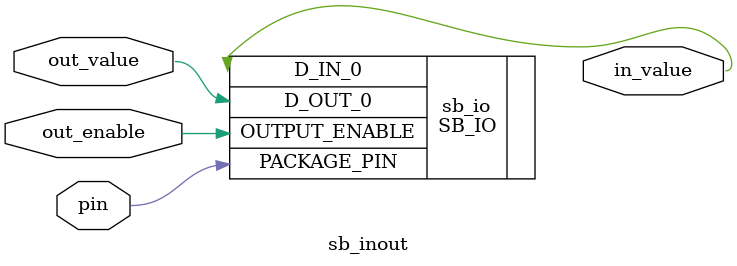
<source format=sv>
`default_nettype none
`timescale 1ns / 1ps

module sb_inout(
	inout pin,
	input out_enable,
	input out_value,
	output in_value
);

SB_IO #(
	.PIN_TYPE(6'b 1010_01),
	.PULLUP(1'b 0)
) sb_io (
	.PACKAGE_PIN(pin),
	.OUTPUT_ENABLE(out_enable),
	.D_OUT_0(out_value),
	.D_IN_0(in_value)
);

endmodule

</source>
